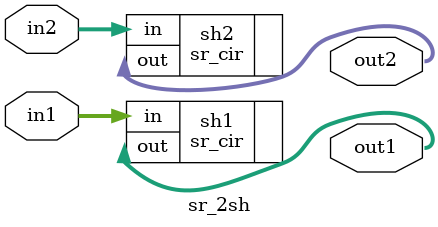
<source format=sv>
module sr_2sh(
    in1,
    in2,
    out1,
    out2
);

    parameter N = 64;

    input wire [N - 1 : 0] in1;
    input wire [N - 1 : 0] in2;

    output wire [N - 1 : 0] out1;
    output wire [N - 1 : 0] out2;

    sr_cir sh1(
        .in   (in1),
        .out (out1)
    );

    sr_cir sh2(
        .in   (in2),
        .out (out2)
    );


endmodule


</source>
